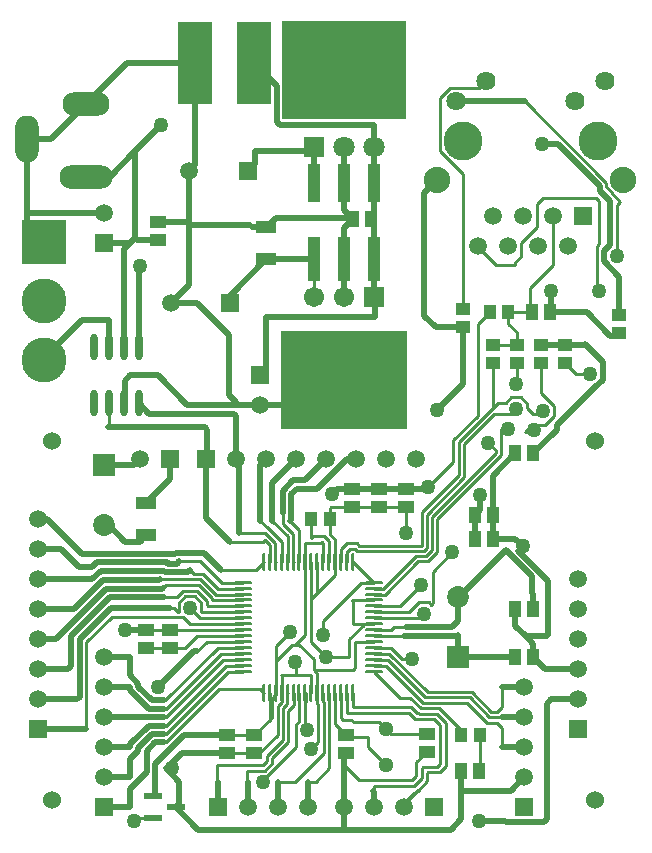
<source format=gtl>
%FSLAX23Y23*%
%MOIN*%
G70*
G01*
G75*
G04 Layer_Physical_Order=1*
G04 Layer_Color=255*
%ADD10R,0.118X0.276*%
%ADD11R,0.067X0.043*%
%ADD12R,0.039X0.051*%
%ADD13R,0.055X0.043*%
%ADD14O,0.061X0.010*%
%ADD15O,0.010X0.061*%
%ADD16R,0.043X0.055*%
%ADD17R,0.051X0.039*%
%ADD18R,0.413X0.331*%
%ADD19R,0.041X0.130*%
%ADD20R,0.041X0.150*%
%ADD21R,0.421X0.331*%
%ADD22R,0.059X0.024*%
%ADD23O,0.024X0.087*%
%ADD24C,0.020*%
%ADD25C,0.010*%
%ADD26C,0.012*%
%ADD27R,0.059X0.059*%
%ADD28C,0.059*%
%ADD29C,0.150*%
%ADD30R,0.150X0.150*%
%ADD31R,0.059X0.059*%
%ADD32C,0.051*%
%ADD33C,0.073*%
%ADD34R,0.073X0.073*%
%ADD35C,0.059*%
%ADD36O,0.079X0.157*%
%ADD37O,0.157X0.079*%
%ADD38O,0.177X0.079*%
%ADD39C,0.064*%
%ADD40C,0.130*%
%ADD41C,0.088*%
%ADD42C,0.060*%
%ADD43C,0.071*%
%ADD44R,0.071X0.071*%
%ADD45C,0.067*%
%ADD46R,0.067X0.067*%
%ADD47C,0.050*%
D10*
X2683Y3680D02*
D03*
X2880D02*
D03*
D11*
X2920Y3133D02*
D03*
Y3027D02*
D03*
X2520Y2107D02*
D03*
Y2213D02*
D03*
D12*
X3726Y2850D02*
D03*
X3664D02*
D03*
X3631Y1440D02*
D03*
X3569D02*
D03*
X3069Y2160D02*
D03*
X3131D02*
D03*
D13*
X3295Y2200D02*
D03*
Y2260D02*
D03*
X3385Y2200D02*
D03*
Y2260D02*
D03*
X3455Y1385D02*
D03*
Y1445D02*
D03*
X3185Y1380D02*
D03*
Y1440D02*
D03*
X2560Y3150D02*
D03*
Y3090D02*
D03*
X2880Y1440D02*
D03*
Y1380D02*
D03*
X2790Y1440D02*
D03*
Y1380D02*
D03*
X2520Y1790D02*
D03*
Y1730D02*
D03*
X2600D02*
D03*
Y1790D02*
D03*
X3205Y2200D02*
D03*
Y2260D02*
D03*
D14*
X2842Y1948D02*
D03*
Y1928D02*
D03*
Y1908D02*
D03*
Y1889D02*
D03*
Y1869D02*
D03*
Y1849D02*
D03*
Y1830D02*
D03*
Y1810D02*
D03*
Y1790D02*
D03*
Y1770D02*
D03*
Y1751D02*
D03*
Y1731D02*
D03*
Y1711D02*
D03*
Y1692D02*
D03*
Y1672D02*
D03*
Y1652D02*
D03*
X3278D02*
D03*
Y1672D02*
D03*
Y1692D02*
D03*
Y1711D02*
D03*
Y1731D02*
D03*
Y1751D02*
D03*
Y1770D02*
D03*
Y1790D02*
D03*
Y1810D02*
D03*
Y1830D02*
D03*
Y1849D02*
D03*
Y1869D02*
D03*
Y1889D02*
D03*
Y1908D02*
D03*
Y1928D02*
D03*
Y1948D02*
D03*
D15*
X2912Y1582D02*
D03*
X2932D02*
D03*
X2952D02*
D03*
X2971D02*
D03*
X2991D02*
D03*
X3011D02*
D03*
X3030D02*
D03*
X3050D02*
D03*
X3070D02*
D03*
X3090D02*
D03*
X3109D02*
D03*
X3129D02*
D03*
X3149D02*
D03*
X3168D02*
D03*
X3188D02*
D03*
X3208D02*
D03*
Y2018D02*
D03*
X3188D02*
D03*
X3168D02*
D03*
X3149D02*
D03*
X3129D02*
D03*
X3109D02*
D03*
X3090D02*
D03*
X3070D02*
D03*
X3050D02*
D03*
X3030D02*
D03*
X3011D02*
D03*
X2991D02*
D03*
X2971D02*
D03*
X2952D02*
D03*
X2932D02*
D03*
X2912D02*
D03*
D16*
X3570Y1320D02*
D03*
X3630D02*
D03*
X3210Y3160D02*
D03*
X3270D02*
D03*
X3675Y2095D02*
D03*
X3615D02*
D03*
X3750Y1860D02*
D03*
X3810D02*
D03*
Y1700D02*
D03*
X3750D02*
D03*
X3675Y2175D02*
D03*
X3615D02*
D03*
X3750Y2380D02*
D03*
X3810D02*
D03*
X3805Y2850D02*
D03*
X3865D02*
D03*
D17*
X3675Y2679D02*
D03*
Y2741D02*
D03*
X3755Y2679D02*
D03*
Y2741D02*
D03*
X3835Y2679D02*
D03*
Y2741D02*
D03*
X3915Y2679D02*
D03*
Y2741D02*
D03*
X4095Y2841D02*
D03*
Y2779D02*
D03*
X3575Y2799D02*
D03*
Y2861D02*
D03*
D18*
X3180Y3658D02*
D03*
D19*
X3280Y3282D02*
D03*
X3180D02*
D03*
X3080D02*
D03*
D20*
X3280Y3028D02*
D03*
X3180D02*
D03*
X3080D02*
D03*
D21*
X3180Y2623D02*
D03*
D22*
X2617Y1200D02*
D03*
X2543Y1163D02*
D03*
Y1237D02*
D03*
D23*
X2495Y2734D02*
D03*
X2445D02*
D03*
X2395D02*
D03*
X2345D02*
D03*
X2495Y2546D02*
D03*
X2445D02*
D03*
X2395D02*
D03*
X2345D02*
D03*
D24*
X2123Y3185D02*
X2128Y3180D01*
X2123Y3185D02*
Y3387D01*
Y3142D02*
Y3185D01*
X2128Y3180D02*
X2380D01*
Y3080D02*
X2464D01*
X2445Y3061D02*
X2464Y3080D01*
X2482Y3098D01*
X3915Y2741D02*
X3979D01*
X3982Y2744D01*
X4041Y2685D01*
Y2625D02*
Y2685D01*
X4016Y2600D02*
X4041Y2625D01*
X4014Y2600D02*
X4016D01*
X3887Y2473D02*
X4014Y2600D01*
X3887Y2458D02*
Y2473D01*
X3810Y2380D02*
X3887Y2458D01*
X3760Y2055D02*
X3860Y1955D01*
X3574Y2799D02*
Y2800D01*
Y2612D02*
Y2799D01*
X3575D01*
X3484D02*
X3574D01*
X3487Y2525D02*
X3574Y2612D01*
X3097Y2540D02*
X3180Y2623D01*
X2900Y2540D02*
X3097D01*
X3867Y2852D02*
Y2919D01*
X3865Y2850D02*
X3867Y2852D01*
X4044Y3019D02*
X4095Y2968D01*
X4064Y3075D02*
Y3220D01*
X4031Y3253D02*
X4064Y3220D01*
X4031Y3253D02*
Y3271D01*
X4044Y3055D02*
X4064Y3075D01*
X4044Y3019D02*
Y3055D01*
X3892Y3410D02*
X4031Y3271D01*
X3840Y3410D02*
X3892D01*
X4066Y2772D02*
X4088D01*
X3988Y2850D02*
X4066Y2772D01*
X3865Y2850D02*
X3988D01*
X4095Y2841D02*
Y2968D01*
X3446Y3246D02*
X3490Y3290D01*
X3446Y2837D02*
Y3246D01*
Y2837D02*
X3484Y2799D01*
X3835Y2741D02*
X3915D01*
X3615Y2175D02*
X3632Y2192D01*
Y2240D01*
X3447Y2267D02*
X3460D01*
X3440Y2260D02*
X3447Y2267D01*
X3385Y2260D02*
X3440D01*
X3615Y2175D02*
X3615Y2175D01*
Y2095D02*
Y2175D01*
X2720Y2360D02*
X2722Y2362D01*
Y2458D01*
X2714Y2466D02*
X2722Y2458D01*
X2391Y2466D02*
X2714D01*
X2820Y2360D02*
Y2504D01*
X2812Y2512D02*
X2820Y2504D01*
X2528Y2512D02*
X2812D01*
X2495Y2546D02*
X2528Y2512D01*
X2445Y2546D02*
X2447Y2548D01*
Y2620D01*
X2466Y2639D01*
X2557D01*
X2656Y2540D01*
X2900D01*
X2495Y3001D02*
X2498Y3004D01*
X2495Y2734D02*
Y3001D01*
X2445Y2734D02*
Y3061D01*
X2180Y2697D02*
X2306Y2823D01*
X2180Y2692D02*
Y2697D01*
X2306Y2823D02*
X2394D01*
X2395Y2822D01*
Y2734D02*
Y2822D01*
X3079Y3027D02*
X3080Y3028D01*
X2920Y3027D02*
X3079D01*
X2602Y2880D02*
X2689D01*
X2794Y2775D01*
Y2575D02*
Y2775D01*
Y2575D02*
X2820Y2549D01*
X2891D02*
X2900Y2540D01*
X3280Y3028D02*
X3282Y3026D01*
X2900Y2640D02*
X2919Y2659D01*
X2662Y3140D02*
X2866D01*
X2662D02*
Y3320D01*
Y2940D02*
Y3140D01*
X2602Y2880D02*
X2662Y2940D01*
X2798Y2880D02*
Y2905D01*
X2920Y3027D01*
X2873Y3133D02*
X2920D01*
X2951Y3164D02*
X3206D01*
X2920Y3133D02*
X2951Y3164D01*
X2202Y3427D02*
X2300Y3525D01*
X2123Y3427D02*
X2202D01*
X2123Y3387D02*
Y3427D01*
Y3142D02*
X2180Y3085D01*
X2479Y3383D02*
X2570Y3474D01*
X2397Y3301D02*
X2479Y3383D01*
X2482Y3380D01*
Y3098D02*
Y3380D01*
Y3098D02*
X2490Y3090D01*
X2560D01*
Y3150D02*
X2652D01*
X2369Y3301D02*
X2397D01*
X2320D02*
X2369D01*
X3180Y3190D02*
X3206Y3164D01*
X3210Y3160D01*
X3070Y3386D02*
X3080Y3376D01*
X2882Y3386D02*
X3070D01*
X2882Y3344D02*
Y3386D01*
X2858Y3320D02*
X2882Y3344D01*
X2320Y3545D02*
X2455Y3680D01*
X2662Y3320D02*
X2683Y3342D01*
Y3680D01*
X3180Y3028D02*
Y3130D01*
X3210Y3160D01*
X3180Y3190D02*
Y3282D01*
X3279Y3475D02*
X3280Y3474D01*
X2966Y3475D02*
X3279D01*
X2956Y3485D02*
X2966Y3475D01*
X2956Y3485D02*
Y3604D01*
X2880Y3680D02*
X2956Y3604D01*
X2455Y3680D02*
X2683D01*
X3574Y2800D02*
X3575Y2799D01*
X4088Y2772D02*
X4095Y2779D01*
X3865Y2850D02*
X3875Y2840D01*
X3810Y2380D02*
X3830Y2400D01*
X3675Y2304D02*
X3750Y2380D01*
X3675Y2175D02*
Y2304D01*
X3810Y1700D02*
X3850Y1660D01*
X3960D01*
X3845Y1150D02*
X3855Y1160D01*
X3870Y1560D02*
X3960D01*
X3855Y1545D02*
X3870Y1560D01*
X3855Y1160D02*
Y1545D01*
X3720Y1150D02*
X3845D01*
X3715Y1155D02*
X3720Y1150D01*
X3630Y1155D02*
X3715D01*
X2680Y1720D02*
X2690D01*
X2560Y1600D02*
X2680Y1720D01*
X2450Y1790D02*
X2520D01*
X2380Y2340D02*
X2480D01*
X2500Y2360D01*
X2600Y2293D02*
Y2360D01*
X2520Y2213D02*
X2600Y2293D01*
X2498Y2085D02*
X2520Y2107D01*
X2450Y2085D02*
X2498D01*
X2395Y2140D02*
X2450Y2085D01*
X2380Y2140D02*
X2395D01*
X2712Y2048D02*
X2770Y1990D01*
X2618Y2048D02*
X2712D01*
X2615Y2045D02*
X2618Y2048D01*
X2305Y2045D02*
X2615D01*
X2190Y2160D02*
X2305Y2045D01*
X2160Y2160D02*
X2190D01*
X2621Y2011D02*
X2630Y2020D01*
X2593Y2011D02*
X2621D01*
X2588Y2016D02*
X2593Y2011D01*
X2355Y2016D02*
X2588D01*
X2339Y2000D02*
X2355Y2016D01*
X2295Y2000D02*
X2339D01*
X2235Y2060D02*
X2295Y2000D01*
X2160Y2060D02*
X2235D01*
X2658Y1983D02*
X2665Y1990D01*
X2582Y1983D02*
X2658D01*
X2577Y1988D02*
X2582Y1983D01*
X2367Y1988D02*
X2577D01*
X2339Y1960D02*
X2367Y1988D01*
X2160Y1960D02*
X2339D01*
X2561Y1956D02*
X2565Y1960D01*
X2375Y1956D02*
X2561D01*
X2279Y1860D02*
X2375Y1956D01*
X2160Y1860D02*
X2279D01*
X2573Y1928D02*
X2575Y1930D01*
X2386Y1928D02*
X2573D01*
X2218Y1760D02*
X2386Y1928D01*
X2160Y1760D02*
X2218D01*
X2260Y1660D02*
X2269Y1669D01*
X2398Y1900D02*
X2580D01*
X2269Y1771D02*
X2398Y1900D01*
X2269Y1669D02*
Y1771D01*
X2160Y1660D02*
X2260D01*
X2402Y1865D02*
X2600D01*
X2297Y1760D02*
X2402Y1865D01*
X2297Y1567D02*
Y1760D01*
X2290Y1560D02*
X2297Y1567D01*
X2160Y1560D02*
X2290D01*
X2160Y1460D02*
X2320D01*
X2617Y1200D02*
X2630Y1213D01*
Y1285D01*
X2585Y1330D02*
X2590D01*
X2640Y1380D02*
X2790D01*
X2543Y1237D02*
X2549Y1244D01*
X2645Y1440D02*
X2790D01*
X2550Y1416D02*
X2580D01*
X2521Y1387D02*
X2550Y1416D01*
X2521Y1316D02*
Y1387D01*
X2539Y1444D02*
X2580D01*
X2493Y1398D02*
X2539Y1444D01*
X2493Y1388D02*
Y1398D01*
X2465Y1360D02*
X2493Y1388D01*
X2527Y1472D02*
X2580D01*
X2465Y1410D02*
X2527Y1472D01*
X2465Y1400D02*
Y1410D01*
X2380Y1400D02*
X2465D01*
X2527Y1528D02*
X2580D01*
X2465Y1590D02*
X2527Y1528D01*
X2539Y1556D02*
X2580D01*
X2493Y1602D02*
X2539Y1556D01*
X3705Y1600D02*
X3780D01*
X3705Y1400D02*
X3780D01*
X3705Y1500D02*
X3780D01*
X3570Y1255D02*
X3735D01*
X3570D02*
Y1320D01*
Y1160D02*
Y1255D01*
X3735D02*
X3780Y1300D01*
X2380Y1500D02*
X2580D01*
X2493Y1602D02*
Y1612D01*
X2465Y1640D02*
X2493Y1612D01*
X2465Y1640D02*
Y1700D01*
Y1590D02*
Y1600D01*
Y1260D02*
X2521Y1316D01*
X2465Y1200D02*
Y1260D01*
Y1300D02*
Y1360D01*
X2380Y1700D02*
X2465D01*
X2380Y1600D02*
X2465D01*
X2380Y1200D02*
X2465D01*
X2380Y1300D02*
X2465D01*
X3810Y1860D02*
Y1910D01*
X3750Y1805D02*
Y1860D01*
X3560Y1700D02*
X3750D01*
X3540Y1800D02*
X3560Y1820D01*
X3385Y1800D02*
X3540D01*
X3560Y1820D02*
Y1900D01*
Y1700D02*
Y1775D01*
X3555Y1770D02*
X3560Y1775D01*
X3380Y1770D02*
X3555D01*
X3180Y1130D02*
X3185Y1125D01*
X3535D01*
X2692D02*
X3185D01*
X3180Y1130D02*
Y1200D01*
X2617D02*
X2692Y1125D01*
X3535D02*
X3570Y1160D01*
X3060Y1200D02*
Y1285D01*
X2760Y1200D02*
Y1285D01*
X2860Y1200D02*
Y1285D01*
X2960Y1200D02*
Y1285D01*
X3180Y1375D02*
X3185Y1380D01*
X3180Y1200D02*
Y1375D01*
X3280Y1200D02*
Y1250D01*
X3275Y1255D02*
X3280Y1250D01*
X3805Y1915D02*
Y1970D01*
X3575Y1915D02*
X3717Y2057D01*
X3805Y1970D01*
X2720Y2165D02*
Y2360D01*
Y2165D02*
X2800Y2085D01*
X2830Y2115D02*
Y2350D01*
X2820Y2360D02*
X2830Y2350D01*
X2900Y2155D02*
Y2340D01*
X2920Y2360D01*
X2940Y2280D02*
X3020Y2360D01*
X2940Y2155D02*
Y2280D01*
X3050Y2290D02*
X3120Y2360D01*
X3010Y2290D02*
X3050D01*
X2975Y2255D02*
X3010Y2290D01*
X2975Y2180D02*
Y2255D01*
X3000Y2155D02*
X3003Y2158D01*
Y2243D01*
X3022Y2262D01*
X3187Y2360D02*
X3220D01*
X3022Y2262D02*
X3089D01*
X3187Y2360D01*
X3205Y2260D02*
X3295D01*
X3385D01*
X3155D02*
X3205D01*
X3140Y2245D02*
X3155Y2260D01*
X3785Y1770D02*
X3810Y1745D01*
X3785Y1770D02*
X3855D01*
X3675Y2095D02*
X3684Y2086D01*
X3860Y1775D02*
Y1955D01*
X3750Y2095D02*
X3775Y2070D01*
X2585Y1330D02*
X2630Y1285D01*
X3810Y1700D02*
Y1745D01*
X3750Y1805D02*
X3785Y1770D01*
X3675Y2095D02*
X3750D01*
X3675D02*
Y2175D01*
X2549Y1244D02*
Y1344D01*
X2645Y1440D01*
X2590Y1330D02*
X2640Y1380D01*
X3551Y3553D02*
X3781D01*
X3180Y3282D02*
Y3400D01*
X3180Y3282D02*
X3180Y3282D01*
X3080D02*
Y3400D01*
X3080Y3282D02*
X3080Y3282D01*
X3280D02*
Y3400D01*
X3280Y3282D02*
X3280Y3282D01*
X3280Y3400D02*
Y3474D01*
X2919Y2659D02*
Y2833D01*
X3282D01*
X3180Y2900D02*
Y3028D01*
X3280Y2900D02*
Y3028D01*
X3282Y2833D02*
Y2900D01*
X3280Y3028D02*
Y3282D01*
D25*
X3712Y2460D02*
X3724D01*
X3708Y2464D02*
X3712Y2460D01*
X3805Y2457D02*
X3811D01*
X3798Y2450D02*
X3805Y2457D01*
X3806Y2473D02*
X3847D01*
X3835Y2580D02*
X3879Y2537D01*
X3835Y2580D02*
Y2679D01*
X3847Y2473D02*
X3879Y2505D01*
Y2537D01*
X3832Y2521D02*
X3841D01*
X3822Y2511D02*
X3832Y2521D01*
X3790Y2531D02*
X3809Y2511D01*
X3790Y2531D02*
Y2544D01*
X3768Y2566D02*
X3790Y2544D01*
X3736Y2566D02*
X3768D01*
X3717Y2547D02*
X3736Y2566D01*
X3692Y2547D02*
X3717D01*
X3752Y2515D02*
Y2528D01*
Y2515D02*
X3758Y2509D01*
X3675Y2530D02*
X3692Y2547D01*
X3783Y2450D02*
X3798D01*
X3703Y2459D02*
X3708Y2464D01*
X3915Y2679D02*
X3951Y2643D01*
X3998D01*
X3497Y3563D02*
X3532Y3598D01*
X3497Y3388D02*
Y3563D01*
X3532Y3598D02*
X3629D01*
X3651Y3620D01*
X3497Y3388D02*
X3575Y3310D01*
Y2861D02*
Y3310D01*
X3625Y3068D02*
X3686Y3007D01*
X3767Y3079D02*
X3822Y3134D01*
X3625Y3068D02*
Y3070D01*
X3686Y3007D02*
X3750D01*
Y3018D01*
X3767Y3035D01*
Y3079D01*
X3822Y3134D02*
Y3210D01*
X3841Y3229D01*
X4019D01*
X4028Y3220D01*
Y3077D02*
Y3220D01*
X4021Y3071D02*
X4028Y3077D01*
X4021Y2929D02*
Y3071D01*
Y2929D02*
X4028Y2922D01*
X4067Y3249D02*
X4098Y3218D01*
X4067Y3249D02*
Y3253D01*
X4053Y3267D02*
X4067Y3253D01*
X4053Y3267D02*
Y3281D01*
X3781Y3553D02*
X4053Y3281D01*
X3726Y2850D02*
X3805D01*
X3726Y2812D02*
X3755Y2783D01*
X3726Y2812D02*
Y2850D01*
X3755Y2741D02*
Y2783D01*
X3675Y2741D02*
X3755D01*
X3625Y2505D02*
Y2811D01*
X3460Y2267D02*
X3543Y2350D01*
Y2424D01*
X3625Y2505D01*
Y2811D02*
X3664Y2850D01*
X3798Y2857D02*
X3805Y2850D01*
X3798Y2857D02*
Y2931D01*
X3875Y3008D01*
Y3170D01*
X3783Y2450D02*
X3806Y2473D01*
X3752Y2609D02*
X3755Y2612D01*
Y2679D01*
X3675Y2530D02*
Y2679D01*
X3561Y2416D02*
X3675Y2530D01*
X3809Y2511D02*
X3822D01*
X3561Y2307D02*
Y2416D01*
X3679Y2509D02*
X3758D01*
X3579Y2409D02*
X3679Y2509D01*
X3660Y2414D02*
X3685Y2389D01*
Y2380D02*
Y2389D01*
X3703Y2373D02*
Y2459D01*
X3417Y2037D02*
X3452D01*
X3309Y1928D02*
X3417Y2037D01*
X3452D02*
X3473Y2058D01*
Y2168D01*
X3685Y2380D01*
X3967Y3162D02*
X3975Y3170D01*
X3675Y2679D02*
X3675D01*
X3915D02*
X3916Y2680D01*
X3437Y2183D02*
X3561Y2307D01*
X3579Y2299D02*
Y2409D01*
X3455Y2175D02*
X3579Y2299D01*
X3437Y2072D02*
Y2183D01*
X3455Y2065D02*
Y2175D01*
X3490Y2160D02*
X3703Y2373D01*
X3490Y2050D02*
Y2160D01*
X3755Y2679D02*
X3759Y2675D01*
X3425Y2019D02*
X3459D01*
X3221Y2055D02*
X3444D01*
X3168Y2018D02*
Y2059D01*
X3459Y2019D02*
X3490Y2050D01*
X3444Y2055D02*
X3455Y2065D01*
X3187Y2079D02*
X3222D01*
X3168Y2059D02*
X3187Y2079D01*
X3229Y2072D02*
X3437D01*
X3222Y2079D02*
X3229Y2072D01*
X3193Y2054D02*
X3200Y2061D01*
X3188Y2054D02*
X3193D01*
X3215Y2061D02*
X3221Y2055D01*
X3200Y2061D02*
X3215D01*
X3188Y2018D02*
Y2054D01*
X3278Y1928D02*
X3309D01*
X3314Y1908D02*
X3425Y2019D01*
X3278Y1908D02*
X3314D01*
X4087Y3207D02*
X4098Y3218D01*
X4087Y3037D02*
Y3207D01*
X2910Y1292D02*
X3017Y1399D01*
Y1473D01*
X2910Y1284D02*
Y1292D01*
X3017Y1473D02*
X3030Y1486D01*
Y1582D01*
X3050Y1462D02*
Y1582D01*
X2391Y2466D02*
X2395Y2470D01*
Y2546D01*
X3278Y1908D02*
X3279Y1910D01*
X3276Y1890D02*
X3278Y1889D01*
X3205Y1890D02*
X3276D01*
X3205D02*
X3210Y1885D01*
Y1810D02*
Y1885D01*
Y1810D02*
X3277D01*
X3195Y1759D02*
X3245Y1808D01*
X3195Y1700D02*
Y1759D01*
X3120Y1700D02*
X3195D01*
X3020Y1640D02*
Y1680D01*
X3030Y1740D02*
X3077Y1693D01*
X2952Y1687D02*
X3005Y1740D01*
X3077Y1658D02*
Y1693D01*
X2952Y1583D02*
Y1687D01*
X3020Y1640D02*
X3070D01*
X2970D02*
X3020D01*
X3077Y1658D02*
X3088Y1647D01*
X3077Y1658D02*
X3208D01*
X3215Y1665D01*
Y1750D01*
X3216Y1751D01*
X3278D01*
Y1731D02*
X3336D01*
X3372Y1695D01*
X3405D01*
X3330Y1711D02*
X3457Y1584D01*
X3324Y1692D02*
X3450Y1566D01*
X3318Y1672D02*
X3442Y1548D01*
X3400Y1565D02*
X3435Y1530D01*
X3365Y1565D02*
X3400D01*
X3278Y1652D02*
X3365Y1565D01*
X3278Y1830D02*
X3430D01*
X3445Y1845D01*
X3278Y1731D02*
X3279Y1729D01*
X2721Y1751D02*
X2842D01*
X2690Y1720D02*
X2721Y1751D01*
X2690Y1770D02*
X2842D01*
X2600Y1790D02*
X2842D01*
X2450Y1790D02*
X2450Y1790D01*
X2885Y1990D02*
X2912Y2018D01*
X2770Y1990D02*
X2885D01*
X2630Y2020D02*
X2700D01*
X2708Y1978D02*
X2758Y1928D01*
X2677Y1978D02*
X2708D01*
X2665Y1990D02*
X2677Y1978D01*
X2565Y1960D02*
X2700D01*
X2739Y1891D02*
Y1896D01*
X2696Y1939D02*
X2739Y1896D01*
X2584Y1939D02*
X2696D01*
X2575Y1930D02*
X2584Y1939D01*
X2721Y1874D02*
Y1888D01*
X2688Y1921D02*
X2721Y1888D01*
X2642Y1921D02*
X2688D01*
X2621Y1900D02*
X2642Y1921D01*
X2580Y1900D02*
X2621D01*
X2703Y1852D02*
Y1881D01*
X2681Y1903D02*
X2703Y1881D01*
X2649Y1903D02*
X2681D01*
X2627Y1881D02*
X2649Y1903D01*
X2627Y1851D02*
Y1881D01*
X2625Y1851D02*
X2627D01*
X2643Y1833D02*
X2665Y1812D01*
X2618Y1833D02*
X2643D01*
X2616Y1835D02*
X2618Y1833D01*
X2405Y1835D02*
X2616D01*
X2611Y1865D02*
X2625Y1851D01*
X2600Y1865D02*
X2611D01*
X2320Y1750D02*
X2405Y1835D01*
X2841Y1812D02*
X2842Y1810D01*
X2665Y1812D02*
X2841D01*
X2320Y1460D02*
Y1750D01*
X2665Y1865D02*
X2700Y1830D01*
X2842D01*
X2842Y1810D02*
X2842Y1810D01*
X2480Y1155D02*
X2488Y1163D01*
X2543D01*
X2585Y1416D02*
X2763Y1595D01*
X2580Y1416D02*
X2585D01*
Y1444D02*
X2793Y1652D01*
X2580Y1444D02*
X2585D01*
X2785Y1672D02*
X2842D01*
X2585Y1472D02*
X2785Y1672D01*
X2580Y1472D02*
X2585D01*
Y1528D02*
X2768Y1711D01*
X2580Y1528D02*
X2585D01*
X2758Y1731D02*
X2842D01*
X2583Y1556D02*
X2758Y1731D01*
X2580Y1556D02*
X2583D01*
X2520Y1730D02*
X2600D01*
X2520Y1790D02*
X2600D01*
X2842D02*
X2842Y1790D01*
X2600Y1730D02*
X2600Y1730D01*
X2650D01*
X2690Y1770D01*
X3278Y1672D02*
X3318D01*
X3442Y1548D02*
X3589D01*
X3655Y1482D02*
X3688D01*
X3278Y1692D02*
X3324D01*
X3450Y1566D02*
X3597D01*
X3663Y1500D02*
X3705D01*
X3278Y1711D02*
X3330D01*
X3457Y1584D02*
X3604D01*
X3589Y1548D02*
X3655Y1482D01*
X3604Y1584D02*
X3670Y1518D01*
X3597Y1566D02*
X3663Y1500D01*
X3670Y1518D02*
X3688D01*
X3705Y1535D01*
Y1600D01*
X3688Y1482D02*
X3705Y1465D01*
Y1400D02*
Y1465D01*
X2793Y1652D02*
X2842D01*
X2776Y1692D02*
X2842D01*
X2768Y1711D02*
X2842D01*
X2763Y1595D02*
X2900D01*
X2912Y1582D01*
X2585Y1500D02*
X2776Y1692D01*
X2580Y1500D02*
X2585D01*
X3560Y1900D02*
X3575Y1915D01*
X3805D02*
X3810Y1910D01*
X3344Y1800D02*
X3385D01*
X3380Y1770D02*
X3380Y1770D01*
X3278Y1770D02*
X3380D01*
X3480Y1494D02*
X3500Y1474D01*
X3420Y1494D02*
X3480D01*
X3419Y1495D02*
X3420Y1494D01*
X3415Y1495D02*
X3419D01*
X3488Y1512D02*
X3518Y1482D01*
X3428Y1512D02*
X3488D01*
X3427Y1513D02*
X3428Y1512D01*
X3422Y1513D02*
X3427D01*
X3435Y1530D02*
X3495D01*
X3569Y1456D01*
X3402Y1533D02*
X3422Y1513D01*
X3210Y1533D02*
X3402D01*
X3395Y1515D02*
X3415Y1495D01*
X3190Y1515D02*
X3395D01*
X3208Y1535D02*
X3210Y1533D01*
X3188Y1517D02*
X3190Y1515D01*
X3500Y1345D02*
Y1474D01*
X3518Y1338D02*
Y1482D01*
X3569Y1440D02*
Y1456D01*
X2785Y1445D02*
X2790Y1440D01*
X3630Y1320D02*
X3631Y1322D01*
Y1440D01*
X2960Y1285D02*
X3015D01*
X3060D02*
X3085D01*
X2855Y1290D02*
X2860Y1285D01*
X2855Y1290D02*
Y1322D01*
X2915D01*
X2939Y1346D01*
Y1363D01*
X2755Y1290D02*
X2760Y1285D01*
X2755Y1290D02*
Y1340D01*
X2907D01*
X2921Y1353D01*
Y1371D01*
X3425Y1255D02*
X3456Y1286D01*
Y1313D01*
X3460Y1317D01*
X3497D01*
X3518Y1338D01*
X3208Y1535D02*
Y1582D01*
X3275Y1255D02*
X3280Y1260D01*
Y1272D01*
X3412D01*
X3438Y1298D01*
Y1330D01*
X3443Y1335D01*
X3490D01*
X3500Y1345D01*
X3188Y1517D02*
Y1582D01*
X3230Y1290D02*
X3405D01*
X3420Y1305D01*
Y1350D02*
X3455Y1385D01*
X3320Y1461D02*
X3336Y1445D01*
X3455D01*
X3185Y1440D02*
X3190Y1435D01*
X3260D01*
Y1399D02*
Y1435D01*
Y1399D02*
X3320Y1339D01*
X3296Y1485D02*
X3320Y1461D01*
X3210Y1485D02*
X3296D01*
X3205Y1490D02*
X3210Y1485D01*
X3175Y1490D02*
X3205D01*
X3168Y1497D02*
X3175Y1490D01*
X3168Y1497D02*
Y1582D01*
X3149Y1476D02*
X3185Y1440D01*
X3149Y1476D02*
Y1582D01*
X2790Y1380D02*
X2790Y1380D01*
X2880D01*
X2895D01*
X2952Y1582D02*
X2952Y1583D01*
X3088Y1584D02*
Y1647D01*
Y1584D02*
X3090Y1582D01*
X3070D02*
X3070Y1583D01*
Y1640D01*
X2971Y1582D02*
Y1639D01*
X2790Y1440D02*
X2790Y1440D01*
X2880D01*
X2932Y1492D01*
Y1582D01*
X2800Y2085D02*
X2910D01*
X2915Y2090D01*
X2932Y2073D01*
Y2018D02*
Y2073D01*
X2950Y2019D02*
X2952Y2018D01*
X2950Y2019D02*
Y2080D01*
X2915Y2115D02*
X2950Y2080D01*
X2830Y2115D02*
X2915D01*
X2922Y2133D02*
X2923D01*
X2900Y2155D02*
X2922Y2133D01*
X2971Y2018D02*
Y2084D01*
X2923Y2133D02*
X2971Y2084D01*
X2991Y2018D02*
Y2104D01*
X2940Y2155D02*
X2991Y2104D01*
X2975Y2145D02*
Y2180D01*
Y2145D02*
X3009Y2111D01*
Y2019D02*
Y2111D01*
Y2019D02*
X3011Y2018D01*
X3030D02*
Y2125D01*
X3000Y2155D02*
X3030Y2125D01*
X3050Y1775D02*
Y2018D01*
X3005Y1740D02*
X3015D01*
X3030D01*
X3015D02*
X3050Y1775D01*
X3070Y1750D02*
X3120Y1700D01*
X3090Y1915D02*
Y2018D01*
X3070Y1750D02*
Y1895D01*
Y2018D01*
Y1895D02*
X3090Y1915D01*
X3109Y2018D02*
Y2081D01*
X3105Y2085D02*
X3109Y2081D01*
X3100Y2080D02*
X3105Y2085D01*
X3050Y2080D02*
X3100D01*
X3050Y2018D02*
Y2080D01*
Y2018D02*
X3050Y2018D01*
X3149Y1974D02*
Y2018D01*
X3090Y1915D02*
X3149Y1974D01*
X3208Y2018D02*
X3278Y1948D01*
X3110Y1775D02*
Y1820D01*
X2952Y1737D02*
X3000Y1785D01*
X2952Y1687D02*
Y1737D01*
X3069Y2099D02*
Y2160D01*
Y2099D02*
X3070Y2098D01*
X3075Y2103D01*
X3112D01*
X3127Y2088D01*
Y2019D02*
Y2088D01*
Y2019D02*
X3129Y2018D01*
X3131Y2109D02*
Y2160D01*
Y2109D02*
X3149Y2092D01*
Y2018D02*
Y2092D01*
X3131Y2160D02*
Y2196D01*
X3135Y2200D02*
X3205D01*
X3131Y2196D02*
X3135Y2200D01*
X3205D02*
X3295D01*
X3385D01*
X3276Y1946D02*
X3278Y1948D01*
X3235Y1946D02*
X3276D01*
X3110Y1820D02*
X3235Y1946D01*
X3278Y1849D02*
X3395D01*
X3429Y1883D01*
X3461D01*
X3469Y1874D01*
X3475Y1880D01*
Y1985D01*
X3540Y2050D01*
X3364Y1869D02*
X3435Y1940D01*
X3278Y1869D02*
X3364D01*
X3188Y2018D02*
Y2049D01*
X3385Y2115D02*
Y2200D01*
X3050Y1582D02*
X3052Y1581D01*
Y1550D02*
Y1581D01*
X3088Y1547D02*
X3093Y1542D01*
X3109Y1551D02*
X3111Y1549D01*
X3109Y1551D02*
Y1582D01*
X3129D02*
X3129Y1582D01*
Y1329D02*
Y1582D01*
X3111Y1381D02*
Y1549D01*
X3093Y1418D02*
Y1542D01*
X3085Y1285D02*
X3129Y1329D01*
X3015Y1285D02*
X3111Y1381D01*
X3070Y1395D02*
X3093Y1418D01*
X2895Y1380D02*
X2957Y1442D01*
X2932Y1492D02*
X2939Y1499D01*
Y1562D01*
X2952Y1574D02*
Y1582D01*
X2971Y1551D02*
Y1582D01*
X2957Y1442D02*
Y1537D01*
X2971Y1551D01*
X2921Y1371D02*
X2975Y1425D01*
Y1529D01*
X2989Y1544D01*
Y1581D01*
X2991Y1582D01*
X2993Y1418D02*
Y1522D01*
X3011Y1540D01*
Y1582D01*
X2939Y1363D02*
X2993Y1418D01*
X2703Y1852D02*
X2706Y1849D01*
X2842D01*
X2721Y1874D02*
X2726Y1869D01*
X2739Y1891D02*
X2741Y1889D01*
X2842D01*
X2700Y1960D02*
X2752Y1908D01*
X2842D01*
X2700Y2020D02*
X2772Y1948D01*
X2842D01*
X3278Y1790D02*
X3334D01*
X3344Y1800D01*
X3185Y1335D02*
X3230Y1290D01*
X3420Y1305D02*
Y1350D01*
X2939Y1562D02*
X2946Y1569D01*
X3088Y1547D02*
Y1582D01*
Y1584D01*
X2726Y1869D02*
X2842D01*
X2758Y1928D02*
X2842D01*
X2758D02*
X2842D01*
X2726Y1869D02*
X2842D01*
X3088Y1547D02*
Y1584D01*
X2939Y1562D02*
X2952Y1574D01*
X3080Y2900D02*
Y3026D01*
X3079Y3027D02*
X3080Y3026D01*
D26*
X3380Y1200D02*
Y1210D01*
X3425Y1255D01*
D27*
X2380Y3080D02*
D03*
X3780Y1200D02*
D03*
X2900Y2640D02*
D03*
X2160Y1460D02*
D03*
X2380Y1200D02*
D03*
X3960Y1460D02*
D03*
D28*
X2380Y3180D02*
D03*
X3780Y1600D02*
D03*
Y1500D02*
D03*
Y1400D02*
D03*
Y1300D02*
D03*
X2900Y2540D02*
D03*
X2500Y2360D02*
D03*
X2160Y2160D02*
D03*
Y2060D02*
D03*
Y1960D02*
D03*
Y1860D02*
D03*
Y1760D02*
D03*
Y1660D02*
D03*
Y1560D02*
D03*
X2380Y1700D02*
D03*
Y1600D02*
D03*
Y1500D02*
D03*
Y1400D02*
D03*
Y1300D02*
D03*
X3060Y1200D02*
D03*
X2960D02*
D03*
X2860D02*
D03*
X2123Y3466D02*
D03*
Y3387D02*
D03*
X2359Y3545D02*
D03*
X2281D02*
D03*
X3380Y1200D02*
D03*
X3280D02*
D03*
X3180D02*
D03*
X3420Y2360D02*
D03*
X3320D02*
D03*
X3220D02*
D03*
X3120D02*
D03*
X3020D02*
D03*
X2920D02*
D03*
X2820D02*
D03*
X3875Y3170D02*
D03*
X3775D02*
D03*
X3825Y3070D02*
D03*
X3725D02*
D03*
X3675Y3170D02*
D03*
X3925Y3070D02*
D03*
X3625D02*
D03*
X3960Y1960D02*
D03*
Y1860D02*
D03*
Y1760D02*
D03*
Y1660D02*
D03*
Y1560D02*
D03*
X2662Y3320D02*
D03*
X2602Y2880D02*
D03*
D29*
X2180Y2888D02*
D03*
Y2692D02*
D03*
D30*
Y3085D02*
D03*
D31*
X2600Y2360D02*
D03*
X2760Y1200D02*
D03*
X3480D02*
D03*
X2720Y2360D02*
D03*
X3975Y3170D02*
D03*
X2858Y3320D02*
D03*
X2798Y2880D02*
D03*
D32*
X3320Y1339D02*
D03*
Y1461D02*
D03*
D33*
X2380Y2140D02*
D03*
X3560Y1900D02*
D03*
D34*
X2380Y2340D02*
D03*
X3560Y1700D02*
D03*
D35*
X2271Y3301D02*
D03*
X2369D02*
D03*
D36*
X2123Y3427D02*
D03*
D37*
X2320Y3545D02*
D03*
D38*
Y3301D02*
D03*
D39*
X3551Y3553D02*
D03*
X3651Y3620D02*
D03*
X3949Y3553D02*
D03*
X4049Y3620D02*
D03*
D40*
X3575Y3420D02*
D03*
X4025D02*
D03*
D41*
X4110Y3290D02*
D03*
X3490D02*
D03*
D42*
X4015Y1225D02*
D03*
Y2420D02*
D03*
X2205D02*
D03*
Y1225D02*
D03*
D43*
X3280Y3400D02*
D03*
X3180D02*
D03*
D44*
X3080D02*
D03*
D45*
X3080Y2900D02*
D03*
X3180D02*
D03*
D46*
X3280D02*
D03*
D47*
X3724Y2460D02*
D03*
X3811Y2457D02*
D03*
X3841Y2521D02*
D03*
X3752Y2528D02*
D03*
X3998Y2643D02*
D03*
X3487Y2525D02*
D03*
X3867Y2919D02*
D03*
X4028Y2922D02*
D03*
X3840Y3410D02*
D03*
X3752Y2609D02*
D03*
X3660Y2414D02*
D03*
X3632Y2240D02*
D03*
X3460Y2267D02*
D03*
X4087Y3037D02*
D03*
X2910Y1284D02*
D03*
X3055Y1457D02*
D03*
X2498Y3004D02*
D03*
X2570Y3474D02*
D03*
X3120Y1700D02*
D03*
X3015Y1685D02*
D03*
X3405Y1695D02*
D03*
X3445Y1845D02*
D03*
X3630Y1155D02*
D03*
X2605Y1330D02*
D03*
X2450Y1790D02*
D03*
X2665Y1865D02*
D03*
X2480Y1155D02*
D03*
X2560Y1600D02*
D03*
X3070Y1395D02*
D03*
X3110Y1775D02*
D03*
X3000Y1785D02*
D03*
X3140Y2245D02*
D03*
X3540Y2050D02*
D03*
X3435Y1940D02*
D03*
X3385Y2115D02*
D03*
X3775Y2070D02*
D03*
M02*

</source>
